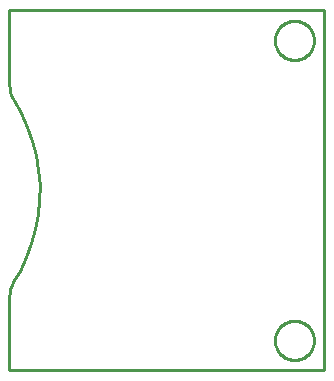
<source format=gbr>
G04 EAGLE Gerber RS-274X export*
G75*
%MOMM*%
%FSLAX34Y34*%
%LPD*%
%IN*%
%IPPOS*%
%AMOC8*
5,1,8,0,0,1.08239X$1,22.5*%
G01*
%ADD10C,0.254000*%


D10*
X0Y0D02*
X266700Y0D01*
X266700Y304800D01*
X0Y304800D01*
X0Y241300D01*
X88Y239289D01*
X351Y237294D01*
X786Y235329D01*
X1391Y233409D01*
X2162Y231549D01*
X3091Y229764D01*
X3810Y228600D01*
X9985Y217637D01*
X15182Y206178D01*
X19360Y194310D01*
X22487Y182123D01*
X24541Y169709D01*
X25504Y157164D01*
X25371Y144583D01*
X24142Y132061D01*
X21826Y119693D01*
X18441Y107575D01*
X14012Y95798D01*
X8574Y84452D01*
X3810Y76200D01*
X2776Y74473D01*
X1897Y72662D01*
X1179Y70782D01*
X628Y68846D01*
X247Y66870D01*
X41Y64868D01*
X0Y63500D01*
X0Y0D01*
X257810Y24860D02*
X257739Y23781D01*
X257598Y22709D01*
X257387Y21649D01*
X257108Y20605D01*
X256760Y19581D01*
X256346Y18583D01*
X255868Y17613D01*
X255328Y16677D01*
X254727Y15778D01*
X254069Y14921D01*
X253357Y14108D01*
X252592Y13344D01*
X251779Y12631D01*
X250922Y11973D01*
X250023Y11372D01*
X249087Y10832D01*
X248117Y10354D01*
X247119Y9940D01*
X246095Y9592D01*
X245051Y9313D01*
X243991Y9102D01*
X242919Y8961D01*
X241840Y8890D01*
X240760Y8890D01*
X239681Y8961D01*
X238609Y9102D01*
X237549Y9313D01*
X236505Y9592D01*
X235481Y9940D01*
X234483Y10354D01*
X233513Y10832D01*
X232577Y11372D01*
X231678Y11973D01*
X230821Y12631D01*
X230008Y13344D01*
X229244Y14108D01*
X228531Y14921D01*
X227873Y15778D01*
X227272Y16677D01*
X226732Y17613D01*
X226254Y18583D01*
X225840Y19581D01*
X225492Y20605D01*
X225213Y21649D01*
X225002Y22709D01*
X224861Y23781D01*
X224790Y24860D01*
X224790Y25940D01*
X224861Y27019D01*
X225002Y28091D01*
X225213Y29151D01*
X225492Y30195D01*
X225840Y31219D01*
X226254Y32217D01*
X226732Y33187D01*
X227272Y34123D01*
X227873Y35022D01*
X228531Y35879D01*
X229244Y36692D01*
X230008Y37457D01*
X230821Y38169D01*
X231678Y38827D01*
X232577Y39428D01*
X233513Y39968D01*
X234483Y40446D01*
X235481Y40860D01*
X236505Y41208D01*
X237549Y41487D01*
X238609Y41698D01*
X239681Y41839D01*
X240760Y41910D01*
X241840Y41910D01*
X242919Y41839D01*
X243991Y41698D01*
X245051Y41487D01*
X246095Y41208D01*
X247119Y40860D01*
X248117Y40446D01*
X249087Y39968D01*
X250023Y39428D01*
X250922Y38827D01*
X251779Y38169D01*
X252592Y37457D01*
X253357Y36692D01*
X254069Y35879D01*
X254727Y35022D01*
X255328Y34123D01*
X255868Y33187D01*
X256346Y32217D01*
X256760Y31219D01*
X257108Y30195D01*
X257387Y29151D01*
X257598Y28091D01*
X257739Y27019D01*
X257810Y25940D01*
X257810Y24860D01*
X257810Y278860D02*
X257739Y277781D01*
X257598Y276709D01*
X257387Y275649D01*
X257108Y274605D01*
X256760Y273581D01*
X256346Y272583D01*
X255868Y271613D01*
X255328Y270677D01*
X254727Y269778D01*
X254069Y268921D01*
X253357Y268108D01*
X252592Y267344D01*
X251779Y266631D01*
X250922Y265973D01*
X250023Y265372D01*
X249087Y264832D01*
X248117Y264354D01*
X247119Y263940D01*
X246095Y263592D01*
X245051Y263313D01*
X243991Y263102D01*
X242919Y262961D01*
X241840Y262890D01*
X240760Y262890D01*
X239681Y262961D01*
X238609Y263102D01*
X237549Y263313D01*
X236505Y263592D01*
X235481Y263940D01*
X234483Y264354D01*
X233513Y264832D01*
X232577Y265372D01*
X231678Y265973D01*
X230821Y266631D01*
X230008Y267344D01*
X229244Y268108D01*
X228531Y268921D01*
X227873Y269778D01*
X227272Y270677D01*
X226732Y271613D01*
X226254Y272583D01*
X225840Y273581D01*
X225492Y274605D01*
X225213Y275649D01*
X225002Y276709D01*
X224861Y277781D01*
X224790Y278860D01*
X224790Y279940D01*
X224861Y281019D01*
X225002Y282091D01*
X225213Y283151D01*
X225492Y284195D01*
X225840Y285219D01*
X226254Y286217D01*
X226732Y287187D01*
X227272Y288123D01*
X227873Y289022D01*
X228531Y289879D01*
X229244Y290692D01*
X230008Y291457D01*
X230821Y292169D01*
X231678Y292827D01*
X232577Y293428D01*
X233513Y293968D01*
X234483Y294446D01*
X235481Y294860D01*
X236505Y295208D01*
X237549Y295487D01*
X238609Y295698D01*
X239681Y295839D01*
X240760Y295910D01*
X241840Y295910D01*
X242919Y295839D01*
X243991Y295698D01*
X245051Y295487D01*
X246095Y295208D01*
X247119Y294860D01*
X248117Y294446D01*
X249087Y293968D01*
X250023Y293428D01*
X250922Y292827D01*
X251779Y292169D01*
X252592Y291457D01*
X253357Y290692D01*
X254069Y289879D01*
X254727Y289022D01*
X255328Y288123D01*
X255868Y287187D01*
X256346Y286217D01*
X256760Y285219D01*
X257108Y284195D01*
X257387Y283151D01*
X257598Y282091D01*
X257739Y281019D01*
X257810Y279940D01*
X257810Y278860D01*
M02*

</source>
